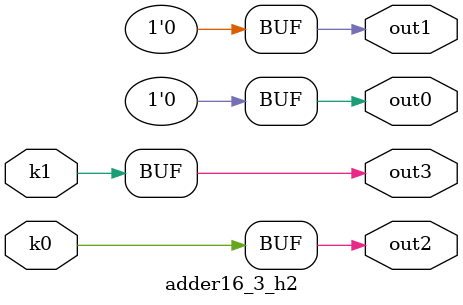
<source format=v>
module adder16_3(pi0, pi1, pi2, pi3, pi4, pi5, pi6, po0, po1, po2, po3);
input pi0, pi1, pi2, pi3, pi4, pi5, pi6;
output po0, po1, po2, po3;
wire k0, k1;
adder16_3_w2 DUT1 (pi0, pi1, pi2, pi3, pi4, pi5, pi6, k0, k1);
adder16_3_h2 DUT2 (k0, k1, po0, po1, po2, po3);
endmodule

module adder16_3_w2(in6, in5, in4, in3, in2, in1, in0, k1, k0);
input in6, in5, in4, in3, in2, in1, in0;
output k1, k0;
assign k0 =   ((in5 ^ in2) & ((in6 & (in3 | ~in0)) | (in3 & ~in0))) | (((~in3 & in0) | (~in6 & (~in3 | in0))) & (~in5 ^ in2));
assign k1 =   in6 ? (~in3 ^ in0) : (in3 ^ in0);
endmodule

module adder16_3_h2(k1, k0, out3, out2, out1, out0);
input k1, k0;
output out3, out2, out1, out0;
assign out0 = 0;
assign out1 = 0;
assign out2 = k0;
assign out3 = k1;
endmodule

</source>
